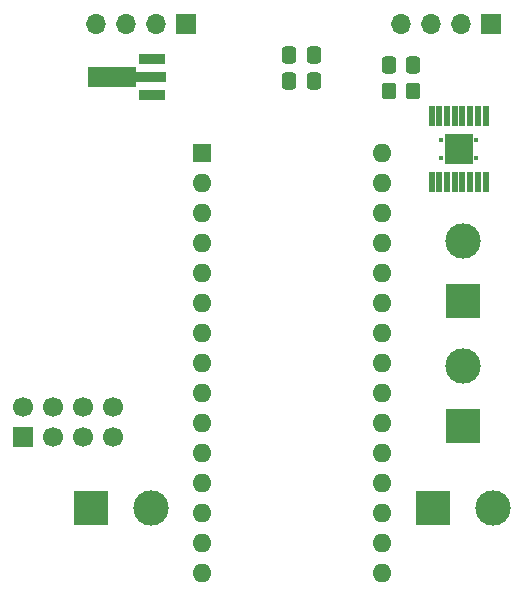
<source format=gbr>
%TF.GenerationSoftware,KiCad,Pcbnew,(6.0.9)*%
%TF.CreationDate,2023-02-05T07:26:13+11:00*%
%TF.ProjectId,SumoBotPCBA001,53756d6f-426f-4745-9043-42413030312e,rev?*%
%TF.SameCoordinates,Original*%
%TF.FileFunction,Soldermask,Top*%
%TF.FilePolarity,Negative*%
%FSLAX46Y46*%
G04 Gerber Fmt 4.6, Leading zero omitted, Abs format (unit mm)*
G04 Created by KiCad (PCBNEW (6.0.9)) date 2023-02-05 07:26:13*
%MOMM*%
%LPD*%
G01*
G04 APERTURE LIST*
G04 Aperture macros list*
%AMRoundRect*
0 Rectangle with rounded corners*
0 $1 Rounding radius*
0 $2 $3 $4 $5 $6 $7 $8 $9 X,Y pos of 4 corners*
0 Add a 4 corners polygon primitive as box body*
4,1,4,$2,$3,$4,$5,$6,$7,$8,$9,$2,$3,0*
0 Add four circle primitives for the rounded corners*
1,1,$1+$1,$2,$3*
1,1,$1+$1,$4,$5*
1,1,$1+$1,$6,$7*
1,1,$1+$1,$8,$9*
0 Add four rect primitives between the rounded corners*
20,1,$1+$1,$2,$3,$4,$5,0*
20,1,$1+$1,$4,$5,$6,$7,0*
20,1,$1+$1,$6,$7,$8,$9,0*
20,1,$1+$1,$8,$9,$2,$3,0*%
%AMFreePoly0*
4,1,9,5.362500,-0.866500,1.237500,-0.866500,1.237500,-0.450000,-1.237500,-0.450000,-1.237500,0.450000,1.237500,0.450000,1.237500,0.866500,5.362500,0.866500,5.362500,-0.866500,5.362500,-0.866500,$1*%
G04 Aperture macros list end*
%ADD10R,1.600000X1.600000*%
%ADD11O,1.600000X1.600000*%
%ADD12R,1.700000X1.700000*%
%ADD13C,1.700000*%
%ADD14RoundRect,0.250000X0.337500X0.475000X-0.337500X0.475000X-0.337500X-0.475000X0.337500X-0.475000X0*%
%ADD15R,2.300000X0.900000*%
%ADD16FreePoly0,180.000000*%
%ADD17RoundRect,0.250000X0.350000X0.450000X-0.350000X0.450000X-0.350000X-0.450000X0.350000X-0.450000X0*%
%ADD18R,3.000000X3.000000*%
%ADD19C,3.000000*%
%ADD20RoundRect,0.070000X-0.150000X-0.800000X0.150000X-0.800000X0.150000X0.800000X-0.150000X0.800000X0*%
%ADD21C,0.380000*%
%ADD22RoundRect,0.000100X-1.155000X-1.230000X1.155000X-1.230000X1.155000X1.230000X-1.155000X1.230000X0*%
%ADD23O,1.700000X1.700000*%
%ADD24RoundRect,0.250000X-0.337500X-0.475000X0.337500X-0.475000X0.337500X0.475000X-0.337500X0.475000X0*%
G04 APERTURE END LIST*
D10*
%TO.C,A1*%
X162390000Y-91950000D03*
D11*
X162390000Y-94490000D03*
X162390000Y-97030000D03*
X162390000Y-99570000D03*
X162390000Y-102110000D03*
X162390000Y-104650000D03*
X162390000Y-107190000D03*
X162390000Y-109730000D03*
X162390000Y-112270000D03*
X162390000Y-114810000D03*
X162390000Y-117350000D03*
X162390000Y-119890000D03*
X162390000Y-122430000D03*
X162390000Y-124970000D03*
X162390000Y-127510000D03*
X177630000Y-127510000D03*
X177630000Y-124970000D03*
X177630000Y-122430000D03*
X177630000Y-119890000D03*
X177630000Y-117350000D03*
X177630000Y-114810000D03*
X177630000Y-112270000D03*
X177630000Y-109730000D03*
X177630000Y-107190000D03*
X177630000Y-104650000D03*
X177630000Y-102110000D03*
X177630000Y-99570000D03*
X177630000Y-97030000D03*
X177630000Y-94490000D03*
X177630000Y-91950000D03*
%TD*%
D12*
%TO.C,U2*%
X147175000Y-116000000D03*
D13*
X147175000Y-113460000D03*
X149715000Y-116000000D03*
X149715000Y-113460000D03*
X152255000Y-116000000D03*
X152255000Y-113460000D03*
X154795000Y-116000000D03*
X154795000Y-113460000D03*
%TD*%
D14*
%TO.C,C2*%
X180237500Y-84500000D03*
X178162500Y-84500000D03*
%TD*%
D15*
%TO.C,U1*%
X158150000Y-87000000D03*
D16*
X158062500Y-85500000D03*
D15*
X158150000Y-84000000D03*
%TD*%
D17*
%TO.C,R1*%
X180200000Y-86700000D03*
X178200000Y-86700000D03*
%TD*%
D18*
%TO.C,J2*%
X152960000Y-122000000D03*
D19*
X158040000Y-122000000D03*
%TD*%
D20*
%TO.C,U3*%
X181825000Y-94400000D03*
X182475000Y-94400000D03*
X183125000Y-94400000D03*
X183775000Y-94400000D03*
X184425000Y-94400000D03*
X185075000Y-94400000D03*
X185725000Y-94400000D03*
X186375000Y-94400000D03*
X186375000Y-88800000D03*
X185725000Y-88800000D03*
X185075000Y-88800000D03*
X184425000Y-88800000D03*
X183775000Y-88800000D03*
X183125000Y-88800000D03*
X182475000Y-88800000D03*
X181825000Y-88800000D03*
D21*
X184100000Y-90850000D03*
X185600000Y-92350000D03*
D22*
X184100000Y-91600000D03*
D21*
X182600000Y-90850000D03*
X182600000Y-92350000D03*
X185600000Y-90850000D03*
X184100000Y-92350000D03*
%TD*%
D12*
%TO.C,J5*%
X186820000Y-81000000D03*
D23*
X184280000Y-81000000D03*
X181740000Y-81000000D03*
X179200000Y-81000000D03*
%TD*%
D18*
%TO.C,J4*%
X184500000Y-115040000D03*
D19*
X184500000Y-109960000D03*
%TD*%
D14*
%TO.C,C1*%
X171837500Y-83600000D03*
X169762500Y-83600000D03*
%TD*%
D18*
%TO.C,J1*%
X181960000Y-122000000D03*
D19*
X187040000Y-122000000D03*
%TD*%
D12*
%TO.C,J6*%
X161000000Y-81000000D03*
D23*
X158460000Y-81000000D03*
X155920000Y-81000000D03*
X153380000Y-81000000D03*
%TD*%
D24*
%TO.C,C3*%
X169762500Y-85800000D03*
X171837500Y-85800000D03*
%TD*%
D18*
%TO.C,J3*%
X184500000Y-104472500D03*
D19*
X184500000Y-99392500D03*
%TD*%
M02*

</source>
